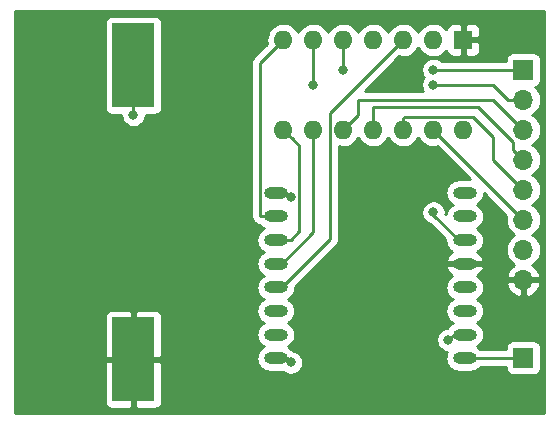
<source format=gbr>
G04 #@! TF.GenerationSoftware,KiCad,Pcbnew,5.1.4*
G04 #@! TF.CreationDate,2019-09-02T21:27:03+02:00*
G04 #@! TF.ProjectId,LORA_ATTINY84,4c4f5241-5f41-4545-9449-4e5938342e6b,rev?*
G04 #@! TF.SameCoordinates,Original*
G04 #@! TF.FileFunction,Copper,L1,Top*
G04 #@! TF.FilePolarity,Positive*
%FSLAX46Y46*%
G04 Gerber Fmt 4.6, Leading zero omitted, Abs format (unit mm)*
G04 Created by KiCad (PCBNEW 5.1.4) date 2019-09-02 21:27:03*
%MOMM*%
%LPD*%
G04 APERTURE LIST*
%ADD10R,3.600000X7.100000*%
%ADD11R,1.700000X1.700000*%
%ADD12O,1.700000X1.700000*%
%ADD13O,1.600000X1.600000*%
%ADD14R,1.600000X1.600000*%
%ADD15O,2.000000X1.000000*%
%ADD16C,0.800000*%
%ADD17C,0.250000*%
%ADD18C,0.254000*%
G04 APERTURE END LIST*
D10*
X56515000Y-48514000D03*
X56515000Y-73406000D03*
D11*
X89535000Y-48895000D03*
D12*
X89535000Y-51435000D03*
X89535000Y-53975000D03*
X89535000Y-56515000D03*
X89535000Y-59055000D03*
X89535000Y-61595000D03*
X89535000Y-64135000D03*
X89535000Y-66675000D03*
D13*
X84455000Y-53975000D03*
X69215000Y-46355000D03*
X81915000Y-53975000D03*
X71755000Y-46355000D03*
X79375000Y-53975000D03*
X74295000Y-46355000D03*
X76835000Y-53975000D03*
X76835000Y-46355000D03*
X74295000Y-53975000D03*
X79375000Y-46355000D03*
X71755000Y-53975000D03*
X81915000Y-46355000D03*
X69215000Y-53975000D03*
D14*
X84455000Y-46355000D03*
D15*
X84580000Y-59309000D03*
X84580000Y-61309000D03*
X84580000Y-63309000D03*
X84580000Y-65309000D03*
X84580000Y-67309000D03*
X84580000Y-69309000D03*
X84580000Y-71309000D03*
X84580000Y-73309000D03*
X68580000Y-73309000D03*
X68580000Y-71309000D03*
X68580000Y-69309000D03*
X68580000Y-67309000D03*
X68580000Y-65309000D03*
X68580000Y-63309000D03*
X68580000Y-61309000D03*
X68580000Y-59309000D03*
D11*
X89535000Y-73279000D03*
D16*
X69850000Y-59690000D03*
X69850000Y-73660000D03*
X83185000Y-71755000D03*
X56515000Y-52705000D03*
X74295000Y-48895000D03*
X81915000Y-48895000D03*
X71755000Y-50165000D03*
X81915000Y-50165000D03*
X81915000Y-60960000D03*
D17*
X89505000Y-73309000D02*
X89535000Y-73279000D01*
X84580000Y-73309000D02*
X89505000Y-73309000D01*
X68580000Y-59309000D02*
X69469000Y-59309000D01*
X69469000Y-59309000D02*
X69850000Y-59690000D01*
X68580000Y-73309000D02*
X69499000Y-73309000D01*
X69499000Y-73309000D02*
X69850000Y-73660000D01*
X84580000Y-71309000D02*
X83631000Y-71309000D01*
X83631000Y-71309000D02*
X83185000Y-71755000D01*
X56515000Y-48514000D02*
X56515000Y-52705000D01*
X74295000Y-46355000D02*
X74295000Y-48895000D01*
X81915000Y-48895000D02*
X89535000Y-48895000D01*
X71755000Y-46355000D02*
X71755000Y-50165000D01*
X81915000Y-50165000D02*
X86995000Y-50165000D01*
X88265000Y-51435000D02*
X89535000Y-51435000D01*
X86995000Y-50165000D02*
X88265000Y-51435000D01*
X75565000Y-52705000D02*
X74295000Y-53975000D01*
X75565000Y-51435000D02*
X75565000Y-52705000D01*
X89535000Y-53975000D02*
X86995000Y-51435000D01*
X86995000Y-51435000D02*
X75565000Y-51435000D01*
X76835000Y-52070000D02*
X76835000Y-53975000D01*
X85725000Y-52070000D02*
X76835000Y-52070000D01*
X88685001Y-55030001D02*
X85725000Y-52070000D01*
X89535000Y-56515000D02*
X88685001Y-55665001D01*
X88685001Y-55665001D02*
X88685001Y-55030001D01*
X89535000Y-59055000D02*
X86995000Y-56515000D01*
X86995000Y-56515000D02*
X86995000Y-54610000D01*
X85234999Y-52849999D02*
X79519999Y-52849999D01*
X86995000Y-54610000D02*
X85234999Y-52849999D01*
X79375000Y-52994998D02*
X79375000Y-53975000D01*
X79519999Y-52849999D02*
X79375000Y-52994998D01*
X88685001Y-60745001D02*
X81915000Y-53975000D01*
X89535000Y-61595000D02*
X88685001Y-60745001D01*
X68866000Y-61595000D02*
X68580000Y-61309000D01*
X68080000Y-61309000D02*
X68580000Y-61309000D01*
X68676000Y-65405000D02*
X68580000Y-65309000D01*
X69080000Y-65309000D02*
X68580000Y-65309000D01*
X71755000Y-62634000D02*
X69080000Y-65309000D01*
X71755000Y-53975000D02*
X71755000Y-62634000D01*
X68080000Y-63309000D02*
X68580000Y-63309000D01*
X70575001Y-55335001D02*
X70014999Y-54774999D01*
X70014999Y-54774999D02*
X69215000Y-53975000D01*
X69830000Y-63309000D02*
X70575001Y-62563999D01*
X70575001Y-62563999D02*
X70575001Y-55335001D01*
X68580000Y-63309000D02*
X69830000Y-63309000D01*
X67254990Y-61233990D02*
X67254990Y-48315010D01*
X67330000Y-61309000D02*
X67254990Y-61233990D01*
X68415001Y-47154999D02*
X69215000Y-46355000D01*
X67254990Y-48315010D02*
X68415001Y-47154999D01*
X68580000Y-61309000D02*
X67330000Y-61309000D01*
X81915000Y-61144000D02*
X81915000Y-60960000D01*
X84580000Y-63309000D02*
X84080000Y-63309000D01*
X84080000Y-63309000D02*
X81915000Y-61144000D01*
X69080000Y-67309000D02*
X68580000Y-67309000D01*
X73169999Y-52560001D02*
X73169999Y-63219001D01*
X73169999Y-63219001D02*
X69080000Y-67309000D01*
X79375000Y-46355000D02*
X73169999Y-52560001D01*
D18*
G36*
X91313000Y-77978000D02*
G01*
X46482000Y-77978000D01*
X46482000Y-76956000D01*
X54076928Y-76956000D01*
X54089188Y-77080482D01*
X54125498Y-77200180D01*
X54184463Y-77310494D01*
X54263815Y-77407185D01*
X54360506Y-77486537D01*
X54470820Y-77545502D01*
X54590518Y-77581812D01*
X54715000Y-77594072D01*
X56229250Y-77591000D01*
X56388000Y-77432250D01*
X56388000Y-73533000D01*
X56642000Y-73533000D01*
X56642000Y-77432250D01*
X56800750Y-77591000D01*
X58315000Y-77594072D01*
X58439482Y-77581812D01*
X58559180Y-77545502D01*
X58669494Y-77486537D01*
X58766185Y-77407185D01*
X58845537Y-77310494D01*
X58904502Y-77200180D01*
X58940812Y-77080482D01*
X58953072Y-76956000D01*
X58950000Y-73691750D01*
X58791250Y-73533000D01*
X56642000Y-73533000D01*
X56388000Y-73533000D01*
X54238750Y-73533000D01*
X54080000Y-73691750D01*
X54076928Y-76956000D01*
X46482000Y-76956000D01*
X46482000Y-69856000D01*
X54076928Y-69856000D01*
X54080000Y-73120250D01*
X54238750Y-73279000D01*
X56388000Y-73279000D01*
X56388000Y-69379750D01*
X56642000Y-69379750D01*
X56642000Y-73279000D01*
X58791250Y-73279000D01*
X58950000Y-73120250D01*
X58953072Y-69856000D01*
X58940812Y-69731518D01*
X58904502Y-69611820D01*
X58845537Y-69501506D01*
X58766185Y-69404815D01*
X58669494Y-69325463D01*
X58559180Y-69266498D01*
X58439482Y-69230188D01*
X58315000Y-69217928D01*
X56800750Y-69221000D01*
X56642000Y-69379750D01*
X56388000Y-69379750D01*
X56229250Y-69221000D01*
X54715000Y-69217928D01*
X54590518Y-69230188D01*
X54470820Y-69266498D01*
X54360506Y-69325463D01*
X54263815Y-69404815D01*
X54184463Y-69501506D01*
X54125498Y-69611820D01*
X54089188Y-69731518D01*
X54076928Y-69856000D01*
X46482000Y-69856000D01*
X46482000Y-44964000D01*
X54076928Y-44964000D01*
X54076928Y-52064000D01*
X54089188Y-52188482D01*
X54125498Y-52308180D01*
X54184463Y-52418494D01*
X54263815Y-52515185D01*
X54360506Y-52594537D01*
X54470820Y-52653502D01*
X54590518Y-52689812D01*
X54715000Y-52702072D01*
X55480000Y-52702072D01*
X55480000Y-52806939D01*
X55519774Y-53006898D01*
X55597795Y-53195256D01*
X55711063Y-53364774D01*
X55855226Y-53508937D01*
X56024744Y-53622205D01*
X56213102Y-53700226D01*
X56413061Y-53740000D01*
X56616939Y-53740000D01*
X56816898Y-53700226D01*
X57005256Y-53622205D01*
X57174774Y-53508937D01*
X57318937Y-53364774D01*
X57432205Y-53195256D01*
X57510226Y-53006898D01*
X57550000Y-52806939D01*
X57550000Y-52702072D01*
X58315000Y-52702072D01*
X58439482Y-52689812D01*
X58559180Y-52653502D01*
X58669494Y-52594537D01*
X58766185Y-52515185D01*
X58845537Y-52418494D01*
X58904502Y-52308180D01*
X58940812Y-52188482D01*
X58953072Y-52064000D01*
X58953072Y-48315010D01*
X66491314Y-48315010D01*
X66494991Y-48352342D01*
X66494990Y-61196668D01*
X66491314Y-61233990D01*
X66494990Y-61271312D01*
X66494990Y-61271322D01*
X66505987Y-61382975D01*
X66544118Y-61508677D01*
X66549444Y-61526236D01*
X66620016Y-61658266D01*
X66659861Y-61706816D01*
X66714989Y-61773991D01*
X66743993Y-61797794D01*
X66766196Y-61819997D01*
X66789999Y-61849001D01*
X66905724Y-61943974D01*
X67037753Y-62014546D01*
X67181014Y-62058003D01*
X67230398Y-62062867D01*
X67273551Y-62115449D01*
X67446377Y-62257284D01*
X67543132Y-62309000D01*
X67446377Y-62360716D01*
X67273551Y-62502551D01*
X67131716Y-62675377D01*
X67026324Y-62872553D01*
X66961423Y-63086501D01*
X66939509Y-63309000D01*
X66961423Y-63531499D01*
X67026324Y-63745447D01*
X67131716Y-63942623D01*
X67273551Y-64115449D01*
X67446377Y-64257284D01*
X67543132Y-64309000D01*
X67446377Y-64360716D01*
X67273551Y-64502551D01*
X67131716Y-64675377D01*
X67026324Y-64872553D01*
X66961423Y-65086501D01*
X66939509Y-65309000D01*
X66961423Y-65531499D01*
X67026324Y-65745447D01*
X67131716Y-65942623D01*
X67273551Y-66115449D01*
X67446377Y-66257284D01*
X67543132Y-66309000D01*
X67446377Y-66360716D01*
X67273551Y-66502551D01*
X67131716Y-66675377D01*
X67026324Y-66872553D01*
X66961423Y-67086501D01*
X66939509Y-67309000D01*
X66961423Y-67531499D01*
X67026324Y-67745447D01*
X67131716Y-67942623D01*
X67273551Y-68115449D01*
X67446377Y-68257284D01*
X67543132Y-68309000D01*
X67446377Y-68360716D01*
X67273551Y-68502551D01*
X67131716Y-68675377D01*
X67026324Y-68872553D01*
X66961423Y-69086501D01*
X66939509Y-69309000D01*
X66961423Y-69531499D01*
X67026324Y-69745447D01*
X67131716Y-69942623D01*
X67273551Y-70115449D01*
X67446377Y-70257284D01*
X67543132Y-70309000D01*
X67446377Y-70360716D01*
X67273551Y-70502551D01*
X67131716Y-70675377D01*
X67026324Y-70872553D01*
X66961423Y-71086501D01*
X66939509Y-71309000D01*
X66961423Y-71531499D01*
X67026324Y-71745447D01*
X67131716Y-71942623D01*
X67273551Y-72115449D01*
X67446377Y-72257284D01*
X67543132Y-72309000D01*
X67446377Y-72360716D01*
X67273551Y-72502551D01*
X67131716Y-72675377D01*
X67026324Y-72872553D01*
X66961423Y-73086501D01*
X66939509Y-73309000D01*
X66961423Y-73531499D01*
X67026324Y-73745447D01*
X67131716Y-73942623D01*
X67273551Y-74115449D01*
X67446377Y-74257284D01*
X67643553Y-74362676D01*
X67857501Y-74427577D01*
X68024248Y-74444000D01*
X69135752Y-74444000D01*
X69167192Y-74440903D01*
X69190226Y-74463937D01*
X69359744Y-74577205D01*
X69548102Y-74655226D01*
X69748061Y-74695000D01*
X69951939Y-74695000D01*
X70151898Y-74655226D01*
X70340256Y-74577205D01*
X70509774Y-74463937D01*
X70653937Y-74319774D01*
X70767205Y-74150256D01*
X70845226Y-73961898D01*
X70885000Y-73761939D01*
X70885000Y-73558061D01*
X70845226Y-73358102D01*
X70767205Y-73169744D01*
X70653937Y-73000226D01*
X70509774Y-72856063D01*
X70340256Y-72742795D01*
X70151898Y-72664774D01*
X69993769Y-72633320D01*
X69886449Y-72502551D01*
X69713623Y-72360716D01*
X69616868Y-72309000D01*
X69713623Y-72257284D01*
X69886449Y-72115449D01*
X70028284Y-71942623D01*
X70133676Y-71745447D01*
X70161701Y-71653061D01*
X82150000Y-71653061D01*
X82150000Y-71856939D01*
X82189774Y-72056898D01*
X82267795Y-72245256D01*
X82381063Y-72414774D01*
X82525226Y-72558937D01*
X82694744Y-72672205D01*
X82883102Y-72750226D01*
X83071661Y-72787732D01*
X83026324Y-72872553D01*
X82961423Y-73086501D01*
X82939509Y-73309000D01*
X82961423Y-73531499D01*
X83026324Y-73745447D01*
X83131716Y-73942623D01*
X83273551Y-74115449D01*
X83446377Y-74257284D01*
X83643553Y-74362676D01*
X83857501Y-74427577D01*
X84024248Y-74444000D01*
X85135752Y-74444000D01*
X85302499Y-74427577D01*
X85516447Y-74362676D01*
X85713623Y-74257284D01*
X85886449Y-74115449D01*
X85924569Y-74069000D01*
X88046928Y-74069000D01*
X88046928Y-74129000D01*
X88059188Y-74253482D01*
X88095498Y-74373180D01*
X88154463Y-74483494D01*
X88233815Y-74580185D01*
X88330506Y-74659537D01*
X88440820Y-74718502D01*
X88560518Y-74754812D01*
X88685000Y-74767072D01*
X90385000Y-74767072D01*
X90509482Y-74754812D01*
X90629180Y-74718502D01*
X90739494Y-74659537D01*
X90836185Y-74580185D01*
X90915537Y-74483494D01*
X90974502Y-74373180D01*
X91010812Y-74253482D01*
X91023072Y-74129000D01*
X91023072Y-72429000D01*
X91010812Y-72304518D01*
X90974502Y-72184820D01*
X90915537Y-72074506D01*
X90836185Y-71977815D01*
X90739494Y-71898463D01*
X90629180Y-71839498D01*
X90509482Y-71803188D01*
X90385000Y-71790928D01*
X88685000Y-71790928D01*
X88560518Y-71803188D01*
X88440820Y-71839498D01*
X88330506Y-71898463D01*
X88233815Y-71977815D01*
X88154463Y-72074506D01*
X88095498Y-72184820D01*
X88059188Y-72304518D01*
X88046928Y-72429000D01*
X88046928Y-72549000D01*
X85924569Y-72549000D01*
X85886449Y-72502551D01*
X85713623Y-72360716D01*
X85616868Y-72309000D01*
X85713623Y-72257284D01*
X85886449Y-72115449D01*
X86028284Y-71942623D01*
X86133676Y-71745447D01*
X86198577Y-71531499D01*
X86220491Y-71309000D01*
X86198577Y-71086501D01*
X86133676Y-70872553D01*
X86028284Y-70675377D01*
X85886449Y-70502551D01*
X85713623Y-70360716D01*
X85616868Y-70309000D01*
X85713623Y-70257284D01*
X85886449Y-70115449D01*
X86028284Y-69942623D01*
X86133676Y-69745447D01*
X86198577Y-69531499D01*
X86220491Y-69309000D01*
X86198577Y-69086501D01*
X86133676Y-68872553D01*
X86028284Y-68675377D01*
X85886449Y-68502551D01*
X85713623Y-68360716D01*
X85616868Y-68309000D01*
X85713623Y-68257284D01*
X85886449Y-68115449D01*
X86028284Y-67942623D01*
X86133676Y-67745447D01*
X86198577Y-67531499D01*
X86220491Y-67309000D01*
X86198577Y-67086501D01*
X86182011Y-67031890D01*
X88093524Y-67031890D01*
X88138175Y-67179099D01*
X88263359Y-67441920D01*
X88437412Y-67675269D01*
X88653645Y-67870178D01*
X88903748Y-68019157D01*
X89178109Y-68116481D01*
X89408000Y-67995814D01*
X89408000Y-66802000D01*
X89662000Y-66802000D01*
X89662000Y-67995814D01*
X89891891Y-68116481D01*
X90166252Y-68019157D01*
X90416355Y-67870178D01*
X90632588Y-67675269D01*
X90806641Y-67441920D01*
X90931825Y-67179099D01*
X90976476Y-67031890D01*
X90855155Y-66802000D01*
X89662000Y-66802000D01*
X89408000Y-66802000D01*
X88214845Y-66802000D01*
X88093524Y-67031890D01*
X86182011Y-67031890D01*
X86133676Y-66872553D01*
X86028284Y-66675377D01*
X85886449Y-66502551D01*
X85713623Y-66360716D01*
X85623473Y-66312530D01*
X85631678Y-66309003D01*
X85816169Y-66182161D01*
X85972369Y-66021764D01*
X86094276Y-65833976D01*
X86174119Y-65610874D01*
X86047954Y-65436000D01*
X84707000Y-65436000D01*
X84707000Y-65456000D01*
X84453000Y-65456000D01*
X84453000Y-65436000D01*
X83112046Y-65436000D01*
X82985881Y-65610874D01*
X83065724Y-65833976D01*
X83187631Y-66021764D01*
X83343831Y-66182161D01*
X83528322Y-66309003D01*
X83536527Y-66312530D01*
X83446377Y-66360716D01*
X83273551Y-66502551D01*
X83131716Y-66675377D01*
X83026324Y-66872553D01*
X82961423Y-67086501D01*
X82939509Y-67309000D01*
X82961423Y-67531499D01*
X83026324Y-67745447D01*
X83131716Y-67942623D01*
X83273551Y-68115449D01*
X83446377Y-68257284D01*
X83543132Y-68309000D01*
X83446377Y-68360716D01*
X83273551Y-68502551D01*
X83131716Y-68675377D01*
X83026324Y-68872553D01*
X82961423Y-69086501D01*
X82939509Y-69309000D01*
X82961423Y-69531499D01*
X83026324Y-69745447D01*
X83131716Y-69942623D01*
X83273551Y-70115449D01*
X83446377Y-70257284D01*
X83543132Y-70309000D01*
X83446377Y-70360716D01*
X83273551Y-70502551D01*
X83131716Y-70675377D01*
X83107865Y-70720000D01*
X83083061Y-70720000D01*
X82883102Y-70759774D01*
X82694744Y-70837795D01*
X82525226Y-70951063D01*
X82381063Y-71095226D01*
X82267795Y-71264744D01*
X82189774Y-71453102D01*
X82150000Y-71653061D01*
X70161701Y-71653061D01*
X70198577Y-71531499D01*
X70220491Y-71309000D01*
X70198577Y-71086501D01*
X70133676Y-70872553D01*
X70028284Y-70675377D01*
X69886449Y-70502551D01*
X69713623Y-70360716D01*
X69616868Y-70309000D01*
X69713623Y-70257284D01*
X69886449Y-70115449D01*
X70028284Y-69942623D01*
X70133676Y-69745447D01*
X70198577Y-69531499D01*
X70220491Y-69309000D01*
X70198577Y-69086501D01*
X70133676Y-68872553D01*
X70028284Y-68675377D01*
X69886449Y-68502551D01*
X69713623Y-68360716D01*
X69616868Y-68309000D01*
X69713623Y-68257284D01*
X69886449Y-68115449D01*
X70028284Y-67942623D01*
X70133676Y-67745447D01*
X70198577Y-67531499D01*
X70220491Y-67309000D01*
X70214601Y-67249200D01*
X73681002Y-63782800D01*
X73710000Y-63759002D01*
X73736331Y-63726918D01*
X73804973Y-63643278D01*
X73875545Y-63511248D01*
X73919002Y-63367987D01*
X73929999Y-63256334D01*
X73929999Y-63256325D01*
X73933675Y-63219002D01*
X73929999Y-63181679D01*
X73929999Y-55363849D01*
X74013691Y-55389236D01*
X74224508Y-55410000D01*
X74365492Y-55410000D01*
X74576309Y-55389236D01*
X74846808Y-55307182D01*
X75096101Y-55173932D01*
X75314608Y-54994608D01*
X75493932Y-54776101D01*
X75565000Y-54643142D01*
X75636068Y-54776101D01*
X75815392Y-54994608D01*
X76033899Y-55173932D01*
X76283192Y-55307182D01*
X76553691Y-55389236D01*
X76764508Y-55410000D01*
X76905492Y-55410000D01*
X77116309Y-55389236D01*
X77386808Y-55307182D01*
X77636101Y-55173932D01*
X77854608Y-54994608D01*
X78033932Y-54776101D01*
X78105000Y-54643142D01*
X78176068Y-54776101D01*
X78355392Y-54994608D01*
X78573899Y-55173932D01*
X78823192Y-55307182D01*
X79093691Y-55389236D01*
X79304508Y-55410000D01*
X79445492Y-55410000D01*
X79656309Y-55389236D01*
X79926808Y-55307182D01*
X80176101Y-55173932D01*
X80394608Y-54994608D01*
X80573932Y-54776101D01*
X80645000Y-54643142D01*
X80716068Y-54776101D01*
X80895392Y-54994608D01*
X81113899Y-55173932D01*
X81363192Y-55307182D01*
X81633691Y-55389236D01*
X81844508Y-55410000D01*
X81985492Y-55410000D01*
X82196309Y-55389236D01*
X82240907Y-55375708D01*
X85039198Y-58174000D01*
X84024248Y-58174000D01*
X83857501Y-58190423D01*
X83643553Y-58255324D01*
X83446377Y-58360716D01*
X83273551Y-58502551D01*
X83131716Y-58675377D01*
X83026324Y-58872553D01*
X82961423Y-59086501D01*
X82939509Y-59309000D01*
X82961423Y-59531499D01*
X83026324Y-59745447D01*
X83131716Y-59942623D01*
X83273551Y-60115449D01*
X83446377Y-60257284D01*
X83543132Y-60309000D01*
X83446377Y-60360716D01*
X83273551Y-60502551D01*
X83131716Y-60675377D01*
X83026324Y-60872553D01*
X82961423Y-61086501D01*
X82958812Y-61113011D01*
X82942989Y-61097187D01*
X82950000Y-61061939D01*
X82950000Y-60858061D01*
X82910226Y-60658102D01*
X82832205Y-60469744D01*
X82718937Y-60300226D01*
X82574774Y-60156063D01*
X82405256Y-60042795D01*
X82216898Y-59964774D01*
X82016939Y-59925000D01*
X81813061Y-59925000D01*
X81613102Y-59964774D01*
X81424744Y-60042795D01*
X81255226Y-60156063D01*
X81111063Y-60300226D01*
X80997795Y-60469744D01*
X80919774Y-60658102D01*
X80880000Y-60858061D01*
X80880000Y-61061939D01*
X80919774Y-61261898D01*
X80997795Y-61450256D01*
X81111063Y-61619774D01*
X81255226Y-61763937D01*
X81424744Y-61877205D01*
X81613102Y-61955226D01*
X81660940Y-61964742D01*
X82945399Y-63249200D01*
X82939509Y-63309000D01*
X82961423Y-63531499D01*
X83026324Y-63745447D01*
X83131716Y-63942623D01*
X83273551Y-64115449D01*
X83446377Y-64257284D01*
X83536527Y-64305470D01*
X83528322Y-64308997D01*
X83343831Y-64435839D01*
X83187631Y-64596236D01*
X83065724Y-64784024D01*
X82985881Y-65007126D01*
X83112046Y-65182000D01*
X84453000Y-65182000D01*
X84453000Y-65162000D01*
X84707000Y-65162000D01*
X84707000Y-65182000D01*
X86047954Y-65182000D01*
X86174119Y-65007126D01*
X86094276Y-64784024D01*
X85972369Y-64596236D01*
X85816169Y-64435839D01*
X85631678Y-64308997D01*
X85623473Y-64305470D01*
X85713623Y-64257284D01*
X85886449Y-64115449D01*
X86028284Y-63942623D01*
X86133676Y-63745447D01*
X86198577Y-63531499D01*
X86220491Y-63309000D01*
X86198577Y-63086501D01*
X86133676Y-62872553D01*
X86028284Y-62675377D01*
X85886449Y-62502551D01*
X85713623Y-62360716D01*
X85616868Y-62309000D01*
X85713623Y-62257284D01*
X85886449Y-62115449D01*
X86028284Y-61942623D01*
X86133676Y-61745447D01*
X86198577Y-61531499D01*
X86220491Y-61309000D01*
X86198577Y-61086501D01*
X86133676Y-60872553D01*
X86028284Y-60675377D01*
X85886449Y-60502551D01*
X85713623Y-60360716D01*
X85616868Y-60309000D01*
X85713623Y-60257284D01*
X85886449Y-60115449D01*
X86028284Y-59942623D01*
X86133676Y-59745447D01*
X86198577Y-59531499D01*
X86216340Y-59351142D01*
X88094203Y-61229005D01*
X88071487Y-61303889D01*
X88042815Y-61595000D01*
X88071487Y-61886111D01*
X88156401Y-62166034D01*
X88294294Y-62424014D01*
X88479866Y-62650134D01*
X88705986Y-62835706D01*
X88760791Y-62865000D01*
X88705986Y-62894294D01*
X88479866Y-63079866D01*
X88294294Y-63305986D01*
X88156401Y-63563966D01*
X88071487Y-63843889D01*
X88042815Y-64135000D01*
X88071487Y-64426111D01*
X88156401Y-64706034D01*
X88294294Y-64964014D01*
X88479866Y-65190134D01*
X88705986Y-65375706D01*
X88770523Y-65410201D01*
X88653645Y-65479822D01*
X88437412Y-65674731D01*
X88263359Y-65908080D01*
X88138175Y-66170901D01*
X88093524Y-66318110D01*
X88214845Y-66548000D01*
X89408000Y-66548000D01*
X89408000Y-66528000D01*
X89662000Y-66528000D01*
X89662000Y-66548000D01*
X90855155Y-66548000D01*
X90976476Y-66318110D01*
X90931825Y-66170901D01*
X90806641Y-65908080D01*
X90632588Y-65674731D01*
X90416355Y-65479822D01*
X90299477Y-65410201D01*
X90364014Y-65375706D01*
X90590134Y-65190134D01*
X90775706Y-64964014D01*
X90913599Y-64706034D01*
X90998513Y-64426111D01*
X91027185Y-64135000D01*
X90998513Y-63843889D01*
X90913599Y-63563966D01*
X90775706Y-63305986D01*
X90590134Y-63079866D01*
X90364014Y-62894294D01*
X90309209Y-62865000D01*
X90364014Y-62835706D01*
X90590134Y-62650134D01*
X90775706Y-62424014D01*
X90913599Y-62166034D01*
X90998513Y-61886111D01*
X91027185Y-61595000D01*
X90998513Y-61303889D01*
X90913599Y-61023966D01*
X90775706Y-60765986D01*
X90590134Y-60539866D01*
X90364014Y-60354294D01*
X90309209Y-60325000D01*
X90364014Y-60295706D01*
X90590134Y-60110134D01*
X90775706Y-59884014D01*
X90913599Y-59626034D01*
X90998513Y-59346111D01*
X91027185Y-59055000D01*
X90998513Y-58763889D01*
X90913599Y-58483966D01*
X90775706Y-58225986D01*
X90590134Y-57999866D01*
X90364014Y-57814294D01*
X90309209Y-57785000D01*
X90364014Y-57755706D01*
X90590134Y-57570134D01*
X90775706Y-57344014D01*
X90913599Y-57086034D01*
X90998513Y-56806111D01*
X91027185Y-56515000D01*
X90998513Y-56223889D01*
X90913599Y-55943966D01*
X90775706Y-55685986D01*
X90590134Y-55459866D01*
X90364014Y-55274294D01*
X90309209Y-55245000D01*
X90364014Y-55215706D01*
X90590134Y-55030134D01*
X90775706Y-54804014D01*
X90913599Y-54546034D01*
X90998513Y-54266111D01*
X91027185Y-53975000D01*
X90998513Y-53683889D01*
X90913599Y-53403966D01*
X90775706Y-53145986D01*
X90590134Y-52919866D01*
X90364014Y-52734294D01*
X90309209Y-52705000D01*
X90364014Y-52675706D01*
X90590134Y-52490134D01*
X90775706Y-52264014D01*
X90913599Y-52006034D01*
X90998513Y-51726111D01*
X91027185Y-51435000D01*
X90998513Y-51143889D01*
X90913599Y-50863966D01*
X90775706Y-50605986D01*
X90590134Y-50379866D01*
X90560313Y-50355393D01*
X90629180Y-50334502D01*
X90739494Y-50275537D01*
X90836185Y-50196185D01*
X90915537Y-50099494D01*
X90974502Y-49989180D01*
X91010812Y-49869482D01*
X91023072Y-49745000D01*
X91023072Y-48045000D01*
X91010812Y-47920518D01*
X90974502Y-47800820D01*
X90915537Y-47690506D01*
X90836185Y-47593815D01*
X90739494Y-47514463D01*
X90629180Y-47455498D01*
X90509482Y-47419188D01*
X90385000Y-47406928D01*
X88685000Y-47406928D01*
X88560518Y-47419188D01*
X88440820Y-47455498D01*
X88330506Y-47514463D01*
X88233815Y-47593815D01*
X88154463Y-47690506D01*
X88095498Y-47800820D01*
X88059188Y-47920518D01*
X88046928Y-48045000D01*
X88046928Y-48135000D01*
X82618711Y-48135000D01*
X82574774Y-48091063D01*
X82405256Y-47977795D01*
X82216898Y-47899774D01*
X82016939Y-47860000D01*
X81813061Y-47860000D01*
X81613102Y-47899774D01*
X81424744Y-47977795D01*
X81255226Y-48091063D01*
X81111063Y-48235226D01*
X80997795Y-48404744D01*
X80919774Y-48593102D01*
X80880000Y-48793061D01*
X80880000Y-48996939D01*
X80919774Y-49196898D01*
X80997795Y-49385256D01*
X81094510Y-49530000D01*
X80997795Y-49674744D01*
X80919774Y-49863102D01*
X80880000Y-50063061D01*
X80880000Y-50266939D01*
X80919774Y-50466898D01*
X80997795Y-50655256D01*
X81010987Y-50675000D01*
X76129801Y-50675000D01*
X79049094Y-47755708D01*
X79093691Y-47769236D01*
X79304508Y-47790000D01*
X79445492Y-47790000D01*
X79656309Y-47769236D01*
X79926808Y-47687182D01*
X80176101Y-47553932D01*
X80394608Y-47374608D01*
X80573932Y-47156101D01*
X80645000Y-47023142D01*
X80716068Y-47156101D01*
X80895392Y-47374608D01*
X81113899Y-47553932D01*
X81363192Y-47687182D01*
X81633691Y-47769236D01*
X81844508Y-47790000D01*
X81985492Y-47790000D01*
X82196309Y-47769236D01*
X82466808Y-47687182D01*
X82716101Y-47553932D01*
X82934608Y-47374608D01*
X83027419Y-47261518D01*
X83029188Y-47279482D01*
X83065498Y-47399180D01*
X83124463Y-47509494D01*
X83203815Y-47606185D01*
X83300506Y-47685537D01*
X83410820Y-47744502D01*
X83530518Y-47780812D01*
X83655000Y-47793072D01*
X84169250Y-47790000D01*
X84328000Y-47631250D01*
X84328000Y-46482000D01*
X84582000Y-46482000D01*
X84582000Y-47631250D01*
X84740750Y-47790000D01*
X85255000Y-47793072D01*
X85379482Y-47780812D01*
X85499180Y-47744502D01*
X85609494Y-47685537D01*
X85706185Y-47606185D01*
X85785537Y-47509494D01*
X85844502Y-47399180D01*
X85880812Y-47279482D01*
X85893072Y-47155000D01*
X85890000Y-46640750D01*
X85731250Y-46482000D01*
X84582000Y-46482000D01*
X84328000Y-46482000D01*
X84308000Y-46482000D01*
X84308000Y-46228000D01*
X84328000Y-46228000D01*
X84328000Y-45078750D01*
X84582000Y-45078750D01*
X84582000Y-46228000D01*
X85731250Y-46228000D01*
X85890000Y-46069250D01*
X85893072Y-45555000D01*
X85880812Y-45430518D01*
X85844502Y-45310820D01*
X85785537Y-45200506D01*
X85706185Y-45103815D01*
X85609494Y-45024463D01*
X85499180Y-44965498D01*
X85379482Y-44929188D01*
X85255000Y-44916928D01*
X84740750Y-44920000D01*
X84582000Y-45078750D01*
X84328000Y-45078750D01*
X84169250Y-44920000D01*
X83655000Y-44916928D01*
X83530518Y-44929188D01*
X83410820Y-44965498D01*
X83300506Y-45024463D01*
X83203815Y-45103815D01*
X83124463Y-45200506D01*
X83065498Y-45310820D01*
X83029188Y-45430518D01*
X83027419Y-45448482D01*
X82934608Y-45335392D01*
X82716101Y-45156068D01*
X82466808Y-45022818D01*
X82196309Y-44940764D01*
X81985492Y-44920000D01*
X81844508Y-44920000D01*
X81633691Y-44940764D01*
X81363192Y-45022818D01*
X81113899Y-45156068D01*
X80895392Y-45335392D01*
X80716068Y-45553899D01*
X80645000Y-45686858D01*
X80573932Y-45553899D01*
X80394608Y-45335392D01*
X80176101Y-45156068D01*
X79926808Y-45022818D01*
X79656309Y-44940764D01*
X79445492Y-44920000D01*
X79304508Y-44920000D01*
X79093691Y-44940764D01*
X78823192Y-45022818D01*
X78573899Y-45156068D01*
X78355392Y-45335392D01*
X78176068Y-45553899D01*
X78105000Y-45686858D01*
X78033932Y-45553899D01*
X77854608Y-45335392D01*
X77636101Y-45156068D01*
X77386808Y-45022818D01*
X77116309Y-44940764D01*
X76905492Y-44920000D01*
X76764508Y-44920000D01*
X76553691Y-44940764D01*
X76283192Y-45022818D01*
X76033899Y-45156068D01*
X75815392Y-45335392D01*
X75636068Y-45553899D01*
X75565000Y-45686858D01*
X75493932Y-45553899D01*
X75314608Y-45335392D01*
X75096101Y-45156068D01*
X74846808Y-45022818D01*
X74576309Y-44940764D01*
X74365492Y-44920000D01*
X74224508Y-44920000D01*
X74013691Y-44940764D01*
X73743192Y-45022818D01*
X73493899Y-45156068D01*
X73275392Y-45335392D01*
X73096068Y-45553899D01*
X73025000Y-45686858D01*
X72953932Y-45553899D01*
X72774608Y-45335392D01*
X72556101Y-45156068D01*
X72306808Y-45022818D01*
X72036309Y-44940764D01*
X71825492Y-44920000D01*
X71684508Y-44920000D01*
X71473691Y-44940764D01*
X71203192Y-45022818D01*
X70953899Y-45156068D01*
X70735392Y-45335392D01*
X70556068Y-45553899D01*
X70485000Y-45686858D01*
X70413932Y-45553899D01*
X70234608Y-45335392D01*
X70016101Y-45156068D01*
X69766808Y-45022818D01*
X69496309Y-44940764D01*
X69285492Y-44920000D01*
X69144508Y-44920000D01*
X68933691Y-44940764D01*
X68663192Y-45022818D01*
X68413899Y-45156068D01*
X68195392Y-45335392D01*
X68016068Y-45553899D01*
X67882818Y-45803192D01*
X67800764Y-46073691D01*
X67773057Y-46355000D01*
X67800764Y-46636309D01*
X67814292Y-46680906D01*
X66743988Y-47751211D01*
X66714990Y-47775009D01*
X66691192Y-47804007D01*
X66691191Y-47804008D01*
X66620016Y-47890734D01*
X66549444Y-48022764D01*
X66528727Y-48091063D01*
X66505988Y-48166024D01*
X66494991Y-48277677D01*
X66491314Y-48315010D01*
X58953072Y-48315010D01*
X58953072Y-44964000D01*
X58940812Y-44839518D01*
X58904502Y-44719820D01*
X58845537Y-44609506D01*
X58766185Y-44512815D01*
X58669494Y-44433463D01*
X58559180Y-44374498D01*
X58439482Y-44338188D01*
X58315000Y-44325928D01*
X54715000Y-44325928D01*
X54590518Y-44338188D01*
X54470820Y-44374498D01*
X54360506Y-44433463D01*
X54263815Y-44512815D01*
X54184463Y-44609506D01*
X54125498Y-44719820D01*
X54089188Y-44839518D01*
X54076928Y-44964000D01*
X46482000Y-44964000D01*
X46482000Y-43942000D01*
X91313000Y-43942000D01*
X91313000Y-77978000D01*
X91313000Y-77978000D01*
G37*
X91313000Y-77978000D02*
X46482000Y-77978000D01*
X46482000Y-76956000D01*
X54076928Y-76956000D01*
X54089188Y-77080482D01*
X54125498Y-77200180D01*
X54184463Y-77310494D01*
X54263815Y-77407185D01*
X54360506Y-77486537D01*
X54470820Y-77545502D01*
X54590518Y-77581812D01*
X54715000Y-77594072D01*
X56229250Y-77591000D01*
X56388000Y-77432250D01*
X56388000Y-73533000D01*
X56642000Y-73533000D01*
X56642000Y-77432250D01*
X56800750Y-77591000D01*
X58315000Y-77594072D01*
X58439482Y-77581812D01*
X58559180Y-77545502D01*
X58669494Y-77486537D01*
X58766185Y-77407185D01*
X58845537Y-77310494D01*
X58904502Y-77200180D01*
X58940812Y-77080482D01*
X58953072Y-76956000D01*
X58950000Y-73691750D01*
X58791250Y-73533000D01*
X56642000Y-73533000D01*
X56388000Y-73533000D01*
X54238750Y-73533000D01*
X54080000Y-73691750D01*
X54076928Y-76956000D01*
X46482000Y-76956000D01*
X46482000Y-69856000D01*
X54076928Y-69856000D01*
X54080000Y-73120250D01*
X54238750Y-73279000D01*
X56388000Y-73279000D01*
X56388000Y-69379750D01*
X56642000Y-69379750D01*
X56642000Y-73279000D01*
X58791250Y-73279000D01*
X58950000Y-73120250D01*
X58953072Y-69856000D01*
X58940812Y-69731518D01*
X58904502Y-69611820D01*
X58845537Y-69501506D01*
X58766185Y-69404815D01*
X58669494Y-69325463D01*
X58559180Y-69266498D01*
X58439482Y-69230188D01*
X58315000Y-69217928D01*
X56800750Y-69221000D01*
X56642000Y-69379750D01*
X56388000Y-69379750D01*
X56229250Y-69221000D01*
X54715000Y-69217928D01*
X54590518Y-69230188D01*
X54470820Y-69266498D01*
X54360506Y-69325463D01*
X54263815Y-69404815D01*
X54184463Y-69501506D01*
X54125498Y-69611820D01*
X54089188Y-69731518D01*
X54076928Y-69856000D01*
X46482000Y-69856000D01*
X46482000Y-44964000D01*
X54076928Y-44964000D01*
X54076928Y-52064000D01*
X54089188Y-52188482D01*
X54125498Y-52308180D01*
X54184463Y-52418494D01*
X54263815Y-52515185D01*
X54360506Y-52594537D01*
X54470820Y-52653502D01*
X54590518Y-52689812D01*
X54715000Y-52702072D01*
X55480000Y-52702072D01*
X55480000Y-52806939D01*
X55519774Y-53006898D01*
X55597795Y-53195256D01*
X55711063Y-53364774D01*
X55855226Y-53508937D01*
X56024744Y-53622205D01*
X56213102Y-53700226D01*
X56413061Y-53740000D01*
X56616939Y-53740000D01*
X56816898Y-53700226D01*
X57005256Y-53622205D01*
X57174774Y-53508937D01*
X57318937Y-53364774D01*
X57432205Y-53195256D01*
X57510226Y-53006898D01*
X57550000Y-52806939D01*
X57550000Y-52702072D01*
X58315000Y-52702072D01*
X58439482Y-52689812D01*
X58559180Y-52653502D01*
X58669494Y-52594537D01*
X58766185Y-52515185D01*
X58845537Y-52418494D01*
X58904502Y-52308180D01*
X58940812Y-52188482D01*
X58953072Y-52064000D01*
X58953072Y-48315010D01*
X66491314Y-48315010D01*
X66494991Y-48352342D01*
X66494990Y-61196668D01*
X66491314Y-61233990D01*
X66494990Y-61271312D01*
X66494990Y-61271322D01*
X66505987Y-61382975D01*
X66544118Y-61508677D01*
X66549444Y-61526236D01*
X66620016Y-61658266D01*
X66659861Y-61706816D01*
X66714989Y-61773991D01*
X66743993Y-61797794D01*
X66766196Y-61819997D01*
X66789999Y-61849001D01*
X66905724Y-61943974D01*
X67037753Y-62014546D01*
X67181014Y-62058003D01*
X67230398Y-62062867D01*
X67273551Y-62115449D01*
X67446377Y-62257284D01*
X67543132Y-62309000D01*
X67446377Y-62360716D01*
X67273551Y-62502551D01*
X67131716Y-62675377D01*
X67026324Y-62872553D01*
X66961423Y-63086501D01*
X66939509Y-63309000D01*
X66961423Y-63531499D01*
X67026324Y-63745447D01*
X67131716Y-63942623D01*
X67273551Y-64115449D01*
X67446377Y-64257284D01*
X67543132Y-64309000D01*
X67446377Y-64360716D01*
X67273551Y-64502551D01*
X67131716Y-64675377D01*
X67026324Y-64872553D01*
X66961423Y-65086501D01*
X66939509Y-65309000D01*
X66961423Y-65531499D01*
X67026324Y-65745447D01*
X67131716Y-65942623D01*
X67273551Y-66115449D01*
X67446377Y-66257284D01*
X67543132Y-66309000D01*
X67446377Y-66360716D01*
X67273551Y-66502551D01*
X67131716Y-66675377D01*
X67026324Y-66872553D01*
X66961423Y-67086501D01*
X66939509Y-67309000D01*
X66961423Y-67531499D01*
X67026324Y-67745447D01*
X67131716Y-67942623D01*
X67273551Y-68115449D01*
X67446377Y-68257284D01*
X67543132Y-68309000D01*
X67446377Y-68360716D01*
X67273551Y-68502551D01*
X67131716Y-68675377D01*
X67026324Y-68872553D01*
X66961423Y-69086501D01*
X66939509Y-69309000D01*
X66961423Y-69531499D01*
X67026324Y-69745447D01*
X67131716Y-69942623D01*
X67273551Y-70115449D01*
X67446377Y-70257284D01*
X67543132Y-70309000D01*
X67446377Y-70360716D01*
X67273551Y-70502551D01*
X67131716Y-70675377D01*
X67026324Y-70872553D01*
X66961423Y-71086501D01*
X66939509Y-71309000D01*
X66961423Y-71531499D01*
X67026324Y-71745447D01*
X67131716Y-71942623D01*
X67273551Y-72115449D01*
X67446377Y-72257284D01*
X67543132Y-72309000D01*
X67446377Y-72360716D01*
X67273551Y-72502551D01*
X67131716Y-72675377D01*
X67026324Y-72872553D01*
X66961423Y-73086501D01*
X66939509Y-73309000D01*
X66961423Y-73531499D01*
X67026324Y-73745447D01*
X67131716Y-73942623D01*
X67273551Y-74115449D01*
X67446377Y-74257284D01*
X67643553Y-74362676D01*
X67857501Y-74427577D01*
X68024248Y-74444000D01*
X69135752Y-74444000D01*
X69167192Y-74440903D01*
X69190226Y-74463937D01*
X69359744Y-74577205D01*
X69548102Y-74655226D01*
X69748061Y-74695000D01*
X69951939Y-74695000D01*
X70151898Y-74655226D01*
X70340256Y-74577205D01*
X70509774Y-74463937D01*
X70653937Y-74319774D01*
X70767205Y-74150256D01*
X70845226Y-73961898D01*
X70885000Y-73761939D01*
X70885000Y-73558061D01*
X70845226Y-73358102D01*
X70767205Y-73169744D01*
X70653937Y-73000226D01*
X70509774Y-72856063D01*
X70340256Y-72742795D01*
X70151898Y-72664774D01*
X69993769Y-72633320D01*
X69886449Y-72502551D01*
X69713623Y-72360716D01*
X69616868Y-72309000D01*
X69713623Y-72257284D01*
X69886449Y-72115449D01*
X70028284Y-71942623D01*
X70133676Y-71745447D01*
X70161701Y-71653061D01*
X82150000Y-71653061D01*
X82150000Y-71856939D01*
X82189774Y-72056898D01*
X82267795Y-72245256D01*
X82381063Y-72414774D01*
X82525226Y-72558937D01*
X82694744Y-72672205D01*
X82883102Y-72750226D01*
X83071661Y-72787732D01*
X83026324Y-72872553D01*
X82961423Y-73086501D01*
X82939509Y-73309000D01*
X82961423Y-73531499D01*
X83026324Y-73745447D01*
X83131716Y-73942623D01*
X83273551Y-74115449D01*
X83446377Y-74257284D01*
X83643553Y-74362676D01*
X83857501Y-74427577D01*
X84024248Y-74444000D01*
X85135752Y-74444000D01*
X85302499Y-74427577D01*
X85516447Y-74362676D01*
X85713623Y-74257284D01*
X85886449Y-74115449D01*
X85924569Y-74069000D01*
X88046928Y-74069000D01*
X88046928Y-74129000D01*
X88059188Y-74253482D01*
X88095498Y-74373180D01*
X88154463Y-74483494D01*
X88233815Y-74580185D01*
X88330506Y-74659537D01*
X88440820Y-74718502D01*
X88560518Y-74754812D01*
X88685000Y-74767072D01*
X90385000Y-74767072D01*
X90509482Y-74754812D01*
X90629180Y-74718502D01*
X90739494Y-74659537D01*
X90836185Y-74580185D01*
X90915537Y-74483494D01*
X90974502Y-74373180D01*
X91010812Y-74253482D01*
X91023072Y-74129000D01*
X91023072Y-72429000D01*
X91010812Y-72304518D01*
X90974502Y-72184820D01*
X90915537Y-72074506D01*
X90836185Y-71977815D01*
X90739494Y-71898463D01*
X90629180Y-71839498D01*
X90509482Y-71803188D01*
X90385000Y-71790928D01*
X88685000Y-71790928D01*
X88560518Y-71803188D01*
X88440820Y-71839498D01*
X88330506Y-71898463D01*
X88233815Y-71977815D01*
X88154463Y-72074506D01*
X88095498Y-72184820D01*
X88059188Y-72304518D01*
X88046928Y-72429000D01*
X88046928Y-72549000D01*
X85924569Y-72549000D01*
X85886449Y-72502551D01*
X85713623Y-72360716D01*
X85616868Y-72309000D01*
X85713623Y-72257284D01*
X85886449Y-72115449D01*
X86028284Y-71942623D01*
X86133676Y-71745447D01*
X86198577Y-71531499D01*
X86220491Y-71309000D01*
X86198577Y-71086501D01*
X86133676Y-70872553D01*
X86028284Y-70675377D01*
X85886449Y-70502551D01*
X85713623Y-70360716D01*
X85616868Y-70309000D01*
X85713623Y-70257284D01*
X85886449Y-70115449D01*
X86028284Y-69942623D01*
X86133676Y-69745447D01*
X86198577Y-69531499D01*
X86220491Y-69309000D01*
X86198577Y-69086501D01*
X86133676Y-68872553D01*
X86028284Y-68675377D01*
X85886449Y-68502551D01*
X85713623Y-68360716D01*
X85616868Y-68309000D01*
X85713623Y-68257284D01*
X85886449Y-68115449D01*
X86028284Y-67942623D01*
X86133676Y-67745447D01*
X86198577Y-67531499D01*
X86220491Y-67309000D01*
X86198577Y-67086501D01*
X86182011Y-67031890D01*
X88093524Y-67031890D01*
X88138175Y-67179099D01*
X88263359Y-67441920D01*
X88437412Y-67675269D01*
X88653645Y-67870178D01*
X88903748Y-68019157D01*
X89178109Y-68116481D01*
X89408000Y-67995814D01*
X89408000Y-66802000D01*
X89662000Y-66802000D01*
X89662000Y-67995814D01*
X89891891Y-68116481D01*
X90166252Y-68019157D01*
X90416355Y-67870178D01*
X90632588Y-67675269D01*
X90806641Y-67441920D01*
X90931825Y-67179099D01*
X90976476Y-67031890D01*
X90855155Y-66802000D01*
X89662000Y-66802000D01*
X89408000Y-66802000D01*
X88214845Y-66802000D01*
X88093524Y-67031890D01*
X86182011Y-67031890D01*
X86133676Y-66872553D01*
X86028284Y-66675377D01*
X85886449Y-66502551D01*
X85713623Y-66360716D01*
X85623473Y-66312530D01*
X85631678Y-66309003D01*
X85816169Y-66182161D01*
X85972369Y-66021764D01*
X86094276Y-65833976D01*
X86174119Y-65610874D01*
X86047954Y-65436000D01*
X84707000Y-65436000D01*
X84707000Y-65456000D01*
X84453000Y-65456000D01*
X84453000Y-65436000D01*
X83112046Y-65436000D01*
X82985881Y-65610874D01*
X83065724Y-65833976D01*
X83187631Y-66021764D01*
X83343831Y-66182161D01*
X83528322Y-66309003D01*
X83536527Y-66312530D01*
X83446377Y-66360716D01*
X83273551Y-66502551D01*
X83131716Y-66675377D01*
X83026324Y-66872553D01*
X82961423Y-67086501D01*
X82939509Y-67309000D01*
X82961423Y-67531499D01*
X83026324Y-67745447D01*
X83131716Y-67942623D01*
X83273551Y-68115449D01*
X83446377Y-68257284D01*
X83543132Y-68309000D01*
X83446377Y-68360716D01*
X83273551Y-68502551D01*
X83131716Y-68675377D01*
X83026324Y-68872553D01*
X82961423Y-69086501D01*
X82939509Y-69309000D01*
X82961423Y-69531499D01*
X83026324Y-69745447D01*
X83131716Y-69942623D01*
X83273551Y-70115449D01*
X83446377Y-70257284D01*
X83543132Y-70309000D01*
X83446377Y-70360716D01*
X83273551Y-70502551D01*
X83131716Y-70675377D01*
X83107865Y-70720000D01*
X83083061Y-70720000D01*
X82883102Y-70759774D01*
X82694744Y-70837795D01*
X82525226Y-70951063D01*
X82381063Y-71095226D01*
X82267795Y-71264744D01*
X82189774Y-71453102D01*
X82150000Y-71653061D01*
X70161701Y-71653061D01*
X70198577Y-71531499D01*
X70220491Y-71309000D01*
X70198577Y-71086501D01*
X70133676Y-70872553D01*
X70028284Y-70675377D01*
X69886449Y-70502551D01*
X69713623Y-70360716D01*
X69616868Y-70309000D01*
X69713623Y-70257284D01*
X69886449Y-70115449D01*
X70028284Y-69942623D01*
X70133676Y-69745447D01*
X70198577Y-69531499D01*
X70220491Y-69309000D01*
X70198577Y-69086501D01*
X70133676Y-68872553D01*
X70028284Y-68675377D01*
X69886449Y-68502551D01*
X69713623Y-68360716D01*
X69616868Y-68309000D01*
X69713623Y-68257284D01*
X69886449Y-68115449D01*
X70028284Y-67942623D01*
X70133676Y-67745447D01*
X70198577Y-67531499D01*
X70220491Y-67309000D01*
X70214601Y-67249200D01*
X73681002Y-63782800D01*
X73710000Y-63759002D01*
X73736331Y-63726918D01*
X73804973Y-63643278D01*
X73875545Y-63511248D01*
X73919002Y-63367987D01*
X73929999Y-63256334D01*
X73929999Y-63256325D01*
X73933675Y-63219002D01*
X73929999Y-63181679D01*
X73929999Y-55363849D01*
X74013691Y-55389236D01*
X74224508Y-55410000D01*
X74365492Y-55410000D01*
X74576309Y-55389236D01*
X74846808Y-55307182D01*
X75096101Y-55173932D01*
X75314608Y-54994608D01*
X75493932Y-54776101D01*
X75565000Y-54643142D01*
X75636068Y-54776101D01*
X75815392Y-54994608D01*
X76033899Y-55173932D01*
X76283192Y-55307182D01*
X76553691Y-55389236D01*
X76764508Y-55410000D01*
X76905492Y-55410000D01*
X77116309Y-55389236D01*
X77386808Y-55307182D01*
X77636101Y-55173932D01*
X77854608Y-54994608D01*
X78033932Y-54776101D01*
X78105000Y-54643142D01*
X78176068Y-54776101D01*
X78355392Y-54994608D01*
X78573899Y-55173932D01*
X78823192Y-55307182D01*
X79093691Y-55389236D01*
X79304508Y-55410000D01*
X79445492Y-55410000D01*
X79656309Y-55389236D01*
X79926808Y-55307182D01*
X80176101Y-55173932D01*
X80394608Y-54994608D01*
X80573932Y-54776101D01*
X80645000Y-54643142D01*
X80716068Y-54776101D01*
X80895392Y-54994608D01*
X81113899Y-55173932D01*
X81363192Y-55307182D01*
X81633691Y-55389236D01*
X81844508Y-55410000D01*
X81985492Y-55410000D01*
X82196309Y-55389236D01*
X82240907Y-55375708D01*
X85039198Y-58174000D01*
X84024248Y-58174000D01*
X83857501Y-58190423D01*
X83643553Y-58255324D01*
X83446377Y-58360716D01*
X83273551Y-58502551D01*
X83131716Y-58675377D01*
X83026324Y-58872553D01*
X82961423Y-59086501D01*
X82939509Y-59309000D01*
X82961423Y-59531499D01*
X83026324Y-59745447D01*
X83131716Y-59942623D01*
X83273551Y-60115449D01*
X83446377Y-60257284D01*
X83543132Y-60309000D01*
X83446377Y-60360716D01*
X83273551Y-60502551D01*
X83131716Y-60675377D01*
X83026324Y-60872553D01*
X82961423Y-61086501D01*
X82958812Y-61113011D01*
X82942989Y-61097187D01*
X82950000Y-61061939D01*
X82950000Y-60858061D01*
X82910226Y-60658102D01*
X82832205Y-60469744D01*
X82718937Y-60300226D01*
X82574774Y-60156063D01*
X82405256Y-60042795D01*
X82216898Y-59964774D01*
X82016939Y-59925000D01*
X81813061Y-59925000D01*
X81613102Y-59964774D01*
X81424744Y-60042795D01*
X81255226Y-60156063D01*
X81111063Y-60300226D01*
X80997795Y-60469744D01*
X80919774Y-60658102D01*
X80880000Y-60858061D01*
X80880000Y-61061939D01*
X80919774Y-61261898D01*
X80997795Y-61450256D01*
X81111063Y-61619774D01*
X81255226Y-61763937D01*
X81424744Y-61877205D01*
X81613102Y-61955226D01*
X81660940Y-61964742D01*
X82945399Y-63249200D01*
X82939509Y-63309000D01*
X82961423Y-63531499D01*
X83026324Y-63745447D01*
X83131716Y-63942623D01*
X83273551Y-64115449D01*
X83446377Y-64257284D01*
X83536527Y-64305470D01*
X83528322Y-64308997D01*
X83343831Y-64435839D01*
X83187631Y-64596236D01*
X83065724Y-64784024D01*
X82985881Y-65007126D01*
X83112046Y-65182000D01*
X84453000Y-65182000D01*
X84453000Y-65162000D01*
X84707000Y-65162000D01*
X84707000Y-65182000D01*
X86047954Y-65182000D01*
X86174119Y-65007126D01*
X86094276Y-64784024D01*
X85972369Y-64596236D01*
X85816169Y-64435839D01*
X85631678Y-64308997D01*
X85623473Y-64305470D01*
X85713623Y-64257284D01*
X85886449Y-64115449D01*
X86028284Y-63942623D01*
X86133676Y-63745447D01*
X86198577Y-63531499D01*
X86220491Y-63309000D01*
X86198577Y-63086501D01*
X86133676Y-62872553D01*
X86028284Y-62675377D01*
X85886449Y-62502551D01*
X85713623Y-62360716D01*
X85616868Y-62309000D01*
X85713623Y-62257284D01*
X85886449Y-62115449D01*
X86028284Y-61942623D01*
X86133676Y-61745447D01*
X86198577Y-61531499D01*
X86220491Y-61309000D01*
X86198577Y-61086501D01*
X86133676Y-60872553D01*
X86028284Y-60675377D01*
X85886449Y-60502551D01*
X85713623Y-60360716D01*
X85616868Y-60309000D01*
X85713623Y-60257284D01*
X85886449Y-60115449D01*
X86028284Y-59942623D01*
X86133676Y-59745447D01*
X86198577Y-59531499D01*
X86216340Y-59351142D01*
X88094203Y-61229005D01*
X88071487Y-61303889D01*
X88042815Y-61595000D01*
X88071487Y-61886111D01*
X88156401Y-62166034D01*
X88294294Y-62424014D01*
X88479866Y-62650134D01*
X88705986Y-62835706D01*
X88760791Y-62865000D01*
X88705986Y-62894294D01*
X88479866Y-63079866D01*
X88294294Y-63305986D01*
X88156401Y-63563966D01*
X88071487Y-63843889D01*
X88042815Y-64135000D01*
X88071487Y-64426111D01*
X88156401Y-64706034D01*
X88294294Y-64964014D01*
X88479866Y-65190134D01*
X88705986Y-65375706D01*
X88770523Y-65410201D01*
X88653645Y-65479822D01*
X88437412Y-65674731D01*
X88263359Y-65908080D01*
X88138175Y-66170901D01*
X88093524Y-66318110D01*
X88214845Y-66548000D01*
X89408000Y-66548000D01*
X89408000Y-66528000D01*
X89662000Y-66528000D01*
X89662000Y-66548000D01*
X90855155Y-66548000D01*
X90976476Y-66318110D01*
X90931825Y-66170901D01*
X90806641Y-65908080D01*
X90632588Y-65674731D01*
X90416355Y-65479822D01*
X90299477Y-65410201D01*
X90364014Y-65375706D01*
X90590134Y-65190134D01*
X90775706Y-64964014D01*
X90913599Y-64706034D01*
X90998513Y-64426111D01*
X91027185Y-64135000D01*
X90998513Y-63843889D01*
X90913599Y-63563966D01*
X90775706Y-63305986D01*
X90590134Y-63079866D01*
X90364014Y-62894294D01*
X90309209Y-62865000D01*
X90364014Y-62835706D01*
X90590134Y-62650134D01*
X90775706Y-62424014D01*
X90913599Y-62166034D01*
X90998513Y-61886111D01*
X91027185Y-61595000D01*
X90998513Y-61303889D01*
X90913599Y-61023966D01*
X90775706Y-60765986D01*
X90590134Y-60539866D01*
X90364014Y-60354294D01*
X90309209Y-60325000D01*
X90364014Y-60295706D01*
X90590134Y-60110134D01*
X90775706Y-59884014D01*
X90913599Y-59626034D01*
X90998513Y-59346111D01*
X91027185Y-59055000D01*
X90998513Y-58763889D01*
X90913599Y-58483966D01*
X90775706Y-58225986D01*
X90590134Y-57999866D01*
X90364014Y-57814294D01*
X90309209Y-57785000D01*
X90364014Y-57755706D01*
X90590134Y-57570134D01*
X90775706Y-57344014D01*
X90913599Y-57086034D01*
X90998513Y-56806111D01*
X91027185Y-56515000D01*
X90998513Y-56223889D01*
X90913599Y-55943966D01*
X90775706Y-55685986D01*
X90590134Y-55459866D01*
X90364014Y-55274294D01*
X90309209Y-55245000D01*
X90364014Y-55215706D01*
X90590134Y-55030134D01*
X90775706Y-54804014D01*
X90913599Y-54546034D01*
X90998513Y-54266111D01*
X91027185Y-53975000D01*
X90998513Y-53683889D01*
X90913599Y-53403966D01*
X90775706Y-53145986D01*
X90590134Y-52919866D01*
X90364014Y-52734294D01*
X90309209Y-52705000D01*
X90364014Y-52675706D01*
X90590134Y-52490134D01*
X90775706Y-52264014D01*
X90913599Y-52006034D01*
X90998513Y-51726111D01*
X91027185Y-51435000D01*
X90998513Y-51143889D01*
X90913599Y-50863966D01*
X90775706Y-50605986D01*
X90590134Y-50379866D01*
X90560313Y-50355393D01*
X90629180Y-50334502D01*
X90739494Y-50275537D01*
X90836185Y-50196185D01*
X90915537Y-50099494D01*
X90974502Y-49989180D01*
X91010812Y-49869482D01*
X91023072Y-49745000D01*
X91023072Y-48045000D01*
X91010812Y-47920518D01*
X90974502Y-47800820D01*
X90915537Y-47690506D01*
X90836185Y-47593815D01*
X90739494Y-47514463D01*
X90629180Y-47455498D01*
X90509482Y-47419188D01*
X90385000Y-47406928D01*
X88685000Y-47406928D01*
X88560518Y-47419188D01*
X88440820Y-47455498D01*
X88330506Y-47514463D01*
X88233815Y-47593815D01*
X88154463Y-47690506D01*
X88095498Y-47800820D01*
X88059188Y-47920518D01*
X88046928Y-48045000D01*
X88046928Y-48135000D01*
X82618711Y-48135000D01*
X82574774Y-48091063D01*
X82405256Y-47977795D01*
X82216898Y-47899774D01*
X82016939Y-47860000D01*
X81813061Y-47860000D01*
X81613102Y-47899774D01*
X81424744Y-47977795D01*
X81255226Y-48091063D01*
X81111063Y-48235226D01*
X80997795Y-48404744D01*
X80919774Y-48593102D01*
X80880000Y-48793061D01*
X80880000Y-48996939D01*
X80919774Y-49196898D01*
X80997795Y-49385256D01*
X81094510Y-49530000D01*
X80997795Y-49674744D01*
X80919774Y-49863102D01*
X80880000Y-50063061D01*
X80880000Y-50266939D01*
X80919774Y-50466898D01*
X80997795Y-50655256D01*
X81010987Y-50675000D01*
X76129801Y-50675000D01*
X79049094Y-47755708D01*
X79093691Y-47769236D01*
X79304508Y-47790000D01*
X79445492Y-47790000D01*
X79656309Y-47769236D01*
X79926808Y-47687182D01*
X80176101Y-47553932D01*
X80394608Y-47374608D01*
X80573932Y-47156101D01*
X80645000Y-47023142D01*
X80716068Y-47156101D01*
X80895392Y-47374608D01*
X81113899Y-47553932D01*
X81363192Y-47687182D01*
X81633691Y-47769236D01*
X81844508Y-47790000D01*
X81985492Y-47790000D01*
X82196309Y-47769236D01*
X82466808Y-47687182D01*
X82716101Y-47553932D01*
X82934608Y-47374608D01*
X83027419Y-47261518D01*
X83029188Y-47279482D01*
X83065498Y-47399180D01*
X83124463Y-47509494D01*
X83203815Y-47606185D01*
X83300506Y-47685537D01*
X83410820Y-47744502D01*
X83530518Y-47780812D01*
X83655000Y-47793072D01*
X84169250Y-47790000D01*
X84328000Y-47631250D01*
X84328000Y-46482000D01*
X84582000Y-46482000D01*
X84582000Y-47631250D01*
X84740750Y-47790000D01*
X85255000Y-47793072D01*
X85379482Y-47780812D01*
X85499180Y-47744502D01*
X85609494Y-47685537D01*
X85706185Y-47606185D01*
X85785537Y-47509494D01*
X85844502Y-47399180D01*
X85880812Y-47279482D01*
X85893072Y-47155000D01*
X85890000Y-46640750D01*
X85731250Y-46482000D01*
X84582000Y-46482000D01*
X84328000Y-46482000D01*
X84308000Y-46482000D01*
X84308000Y-46228000D01*
X84328000Y-46228000D01*
X84328000Y-45078750D01*
X84582000Y-45078750D01*
X84582000Y-46228000D01*
X85731250Y-46228000D01*
X85890000Y-46069250D01*
X85893072Y-45555000D01*
X85880812Y-45430518D01*
X85844502Y-45310820D01*
X85785537Y-45200506D01*
X85706185Y-45103815D01*
X85609494Y-45024463D01*
X85499180Y-44965498D01*
X85379482Y-44929188D01*
X85255000Y-44916928D01*
X84740750Y-44920000D01*
X84582000Y-45078750D01*
X84328000Y-45078750D01*
X84169250Y-44920000D01*
X83655000Y-44916928D01*
X83530518Y-44929188D01*
X83410820Y-44965498D01*
X83300506Y-45024463D01*
X83203815Y-45103815D01*
X83124463Y-45200506D01*
X83065498Y-45310820D01*
X83029188Y-45430518D01*
X83027419Y-45448482D01*
X82934608Y-45335392D01*
X82716101Y-45156068D01*
X82466808Y-45022818D01*
X82196309Y-44940764D01*
X81985492Y-44920000D01*
X81844508Y-44920000D01*
X81633691Y-44940764D01*
X81363192Y-45022818D01*
X81113899Y-45156068D01*
X80895392Y-45335392D01*
X80716068Y-45553899D01*
X80645000Y-45686858D01*
X80573932Y-45553899D01*
X80394608Y-45335392D01*
X80176101Y-45156068D01*
X79926808Y-45022818D01*
X79656309Y-44940764D01*
X79445492Y-44920000D01*
X79304508Y-44920000D01*
X79093691Y-44940764D01*
X78823192Y-45022818D01*
X78573899Y-45156068D01*
X78355392Y-45335392D01*
X78176068Y-45553899D01*
X78105000Y-45686858D01*
X78033932Y-45553899D01*
X77854608Y-45335392D01*
X77636101Y-45156068D01*
X77386808Y-45022818D01*
X77116309Y-44940764D01*
X76905492Y-44920000D01*
X76764508Y-44920000D01*
X76553691Y-44940764D01*
X76283192Y-45022818D01*
X76033899Y-45156068D01*
X75815392Y-45335392D01*
X75636068Y-45553899D01*
X75565000Y-45686858D01*
X75493932Y-45553899D01*
X75314608Y-45335392D01*
X75096101Y-45156068D01*
X74846808Y-45022818D01*
X74576309Y-44940764D01*
X74365492Y-44920000D01*
X74224508Y-44920000D01*
X74013691Y-44940764D01*
X73743192Y-45022818D01*
X73493899Y-45156068D01*
X73275392Y-45335392D01*
X73096068Y-45553899D01*
X73025000Y-45686858D01*
X72953932Y-45553899D01*
X72774608Y-45335392D01*
X72556101Y-45156068D01*
X72306808Y-45022818D01*
X72036309Y-44940764D01*
X71825492Y-44920000D01*
X71684508Y-44920000D01*
X71473691Y-44940764D01*
X71203192Y-45022818D01*
X70953899Y-45156068D01*
X70735392Y-45335392D01*
X70556068Y-45553899D01*
X70485000Y-45686858D01*
X70413932Y-45553899D01*
X70234608Y-45335392D01*
X70016101Y-45156068D01*
X69766808Y-45022818D01*
X69496309Y-44940764D01*
X69285492Y-44920000D01*
X69144508Y-44920000D01*
X68933691Y-44940764D01*
X68663192Y-45022818D01*
X68413899Y-45156068D01*
X68195392Y-45335392D01*
X68016068Y-45553899D01*
X67882818Y-45803192D01*
X67800764Y-46073691D01*
X67773057Y-46355000D01*
X67800764Y-46636309D01*
X67814292Y-46680906D01*
X66743988Y-47751211D01*
X66714990Y-47775009D01*
X66691192Y-47804007D01*
X66691191Y-47804008D01*
X66620016Y-47890734D01*
X66549444Y-48022764D01*
X66528727Y-48091063D01*
X66505988Y-48166024D01*
X66494991Y-48277677D01*
X66491314Y-48315010D01*
X58953072Y-48315010D01*
X58953072Y-44964000D01*
X58940812Y-44839518D01*
X58904502Y-44719820D01*
X58845537Y-44609506D01*
X58766185Y-44512815D01*
X58669494Y-44433463D01*
X58559180Y-44374498D01*
X58439482Y-44338188D01*
X58315000Y-44325928D01*
X54715000Y-44325928D01*
X54590518Y-44338188D01*
X54470820Y-44374498D01*
X54360506Y-44433463D01*
X54263815Y-44512815D01*
X54184463Y-44609506D01*
X54125498Y-44719820D01*
X54089188Y-44839518D01*
X54076928Y-44964000D01*
X46482000Y-44964000D01*
X46482000Y-43942000D01*
X91313000Y-43942000D01*
X91313000Y-77978000D01*
M02*

</source>
